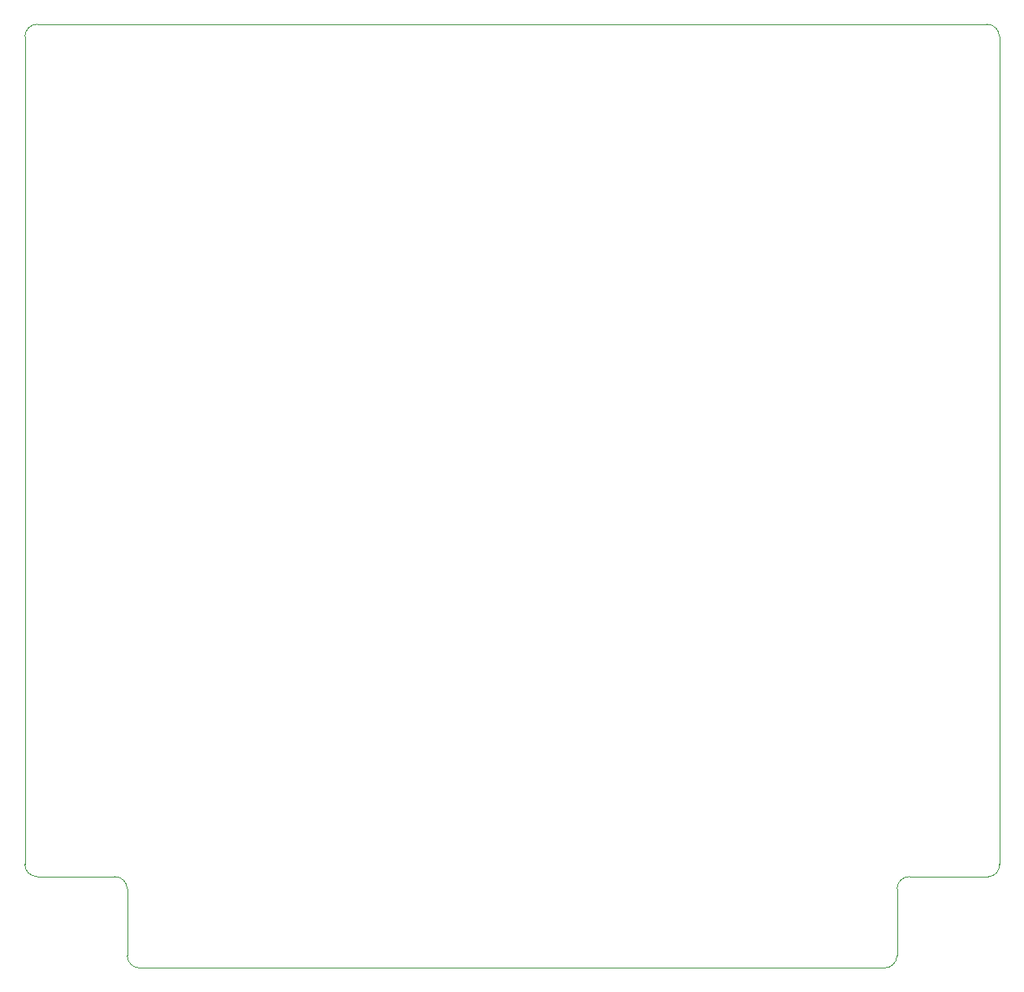
<source format=gbr>
%TF.GenerationSoftware,KiCad,Pcbnew,(6.0.2)*%
%TF.CreationDate,2022-06-30T00:29:28+03:00*%
%TF.ProjectId,zx-bus_board,7a782d62-7573-45f6-926f-6172642e6b69,rev?*%
%TF.SameCoordinates,Original*%
%TF.FileFunction,Profile,NP*%
%FSLAX46Y46*%
G04 Gerber Fmt 4.6, Leading zero omitted, Abs format (unit mm)*
G04 Created by KiCad (PCBNEW (6.0.2)) date 2022-06-30 00:29:28*
%MOMM*%
%LPD*%
G01*
G04 APERTURE LIST*
%TA.AperFunction,Profile*%
%ADD10C,0.100000*%
%TD*%
G04 APERTURE END LIST*
D10*
X255397000Y-104132922D02*
G75*
G03*
X256540000Y-102870000I-5J1148698D01*
G01*
X245872000Y-105419026D02*
X245872000Y-106045000D01*
X256539431Y-16516924D02*
G75*
G03*
X255260405Y-15246924I-1288151J-18248D01*
G01*
X165608000Y-105410000D02*
G75*
G03*
X164328974Y-104140000I-1288151J-18248D01*
G01*
X255265487Y-15240000D02*
X156214513Y-15240000D01*
X247142000Y-104140000D02*
G75*
G03*
X245872000Y-105419026I18478J-1288380D01*
G01*
X156214513Y-15240000D02*
G75*
G03*
X154944513Y-16519026I18478J-1288380D01*
G01*
X154940000Y-102870000D02*
G75*
G03*
X156210000Y-104140000I1269999J-1D01*
G01*
X156210000Y-104140000D02*
X164328974Y-104140000D01*
X165608000Y-112395000D02*
G75*
G03*
X166878000Y-113665000I1288309J18309D01*
G01*
X255397000Y-104132922D02*
X247142000Y-104140000D01*
X166878000Y-113665000D02*
X244602000Y-113665000D01*
X256540000Y-102870000D02*
X256539431Y-16516924D01*
X244602000Y-113665000D02*
G75*
G03*
X245872000Y-112395000I-18316J1288316D01*
G01*
X154944513Y-16519026D02*
X154940000Y-102870000D01*
X165608000Y-105410000D02*
X165608000Y-112395000D01*
X245872000Y-106045000D02*
X245872000Y-112395000D01*
M02*

</source>
